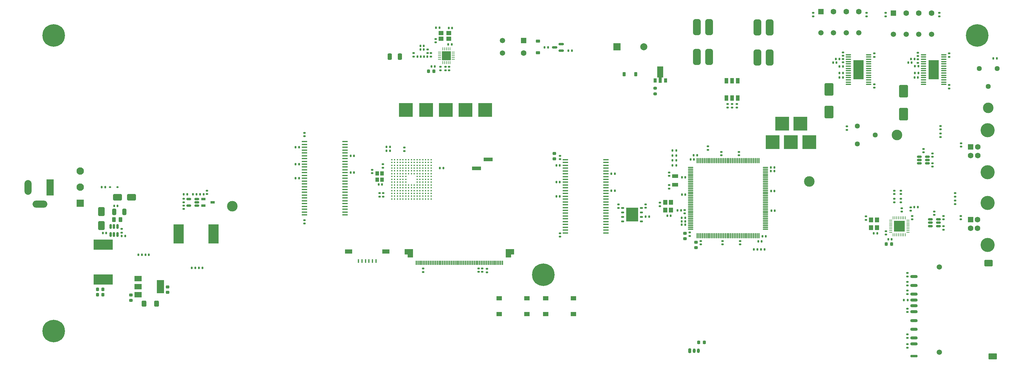
<source format=gbr>
%TF.GenerationSoftware,KiCad,Pcbnew,7.0.2*%
%TF.CreationDate,2023-10-13T18:39:37+02:00*%
%TF.ProjectId,3D Scanner with IR sensor Central Unit,33442053-6361-46e6-9e65-722077697468,1.0*%
%TF.SameCoordinates,Original*%
%TF.FileFunction,Soldermask,Top*%
%TF.FilePolarity,Negative*%
%FSLAX46Y46*%
G04 Gerber Fmt 4.6, Leading zero omitted, Abs format (unit mm)*
G04 Created by KiCad (PCBNEW 7.0.2) date 2023-10-13 18:39:37*
%MOMM*%
%LPD*%
G01*
G04 APERTURE LIST*
G04 Aperture macros list*
%AMRoundRect*
0 Rectangle with rounded corners*
0 $1 Rounding radius*
0 $2 $3 $4 $5 $6 $7 $8 $9 X,Y pos of 4 corners*
0 Add a 4 corners polygon primitive as box body*
4,1,4,$2,$3,$4,$5,$6,$7,$8,$9,$2,$3,0*
0 Add four circle primitives for the rounded corners*
1,1,$1+$1,$2,$3*
1,1,$1+$1,$4,$5*
1,1,$1+$1,$6,$7*
1,1,$1+$1,$8,$9*
0 Add four rect primitives between the rounded corners*
20,1,$1+$1,$2,$3,$4,$5,0*
20,1,$1+$1,$4,$5,$6,$7,0*
20,1,$1+$1,$6,$7,$8,$9,0*
20,1,$1+$1,$8,$9,$2,$3,0*%
%AMFreePoly0*
4,1,9,3.862500,-0.866500,0.737500,-0.866500,0.737500,-0.450000,-0.737500,-0.450000,-0.737500,0.450000,0.737500,0.450000,0.737500,0.866500,3.862500,0.866500,3.862500,-0.866500,3.862500,-0.866500,$1*%
G04 Aperture macros list end*
%ADD10C,1.440000*%
%ADD11RoundRect,0.135000X-0.185000X0.135000X-0.185000X-0.135000X0.185000X-0.135000X0.185000X0.135000X0*%
%ADD12RoundRect,0.062500X0.062500X-0.375000X0.062500X0.375000X-0.062500X0.375000X-0.062500X-0.375000X0*%
%ADD13RoundRect,0.062500X0.375000X-0.062500X0.375000X0.062500X-0.375000X0.062500X-0.375000X-0.062500X0*%
%ADD14R,3.100000X3.100000*%
%ADD15RoundRect,0.135000X0.185000X-0.135000X0.185000X0.135000X-0.185000X0.135000X-0.185000X-0.135000X0*%
%ADD16RoundRect,0.200000X-0.275000X0.200000X-0.275000X-0.200000X0.275000X-0.200000X0.275000X0.200000X0*%
%ADD17RoundRect,0.140000X0.170000X-0.140000X0.170000X0.140000X-0.170000X0.140000X-0.170000X-0.140000X0*%
%ADD18R,2.000000X1.500000*%
%ADD19R,2.000000X3.800000*%
%ADD20RoundRect,0.140000X0.140000X0.170000X-0.140000X0.170000X-0.140000X-0.170000X0.140000X-0.170000X0*%
%ADD21RoundRect,0.140000X-0.140000X-0.170000X0.140000X-0.170000X0.140000X0.170000X-0.140000X0.170000X0*%
%ADD22C,1.500000*%
%ADD23RoundRect,0.250000X-0.550000X0.550000X-0.550000X-0.550000X0.550000X-0.550000X0.550000X0.550000X0*%
%ADD24C,1.600000*%
%ADD25RoundRect,0.225000X-0.375000X0.225000X-0.375000X-0.225000X0.375000X-0.225000X0.375000X0.225000X0*%
%ADD26R,1.510000X0.458000*%
%ADD27RoundRect,0.135000X-0.135000X-0.185000X0.135000X-0.185000X0.135000X0.185000X-0.135000X0.185000X0*%
%ADD28RoundRect,0.140000X-0.170000X0.140000X-0.170000X-0.140000X0.170000X-0.140000X0.170000X0.140000X0*%
%ADD29RoundRect,0.147500X0.147500X0.172500X-0.147500X0.172500X-0.147500X-0.172500X0.147500X-0.172500X0*%
%ADD30RoundRect,0.225000X-0.225000X-0.375000X0.225000X-0.375000X0.225000X0.375000X-0.225000X0.375000X0*%
%ADD31RoundRect,0.150000X0.512500X0.150000X-0.512500X0.150000X-0.512500X-0.150000X0.512500X-0.150000X0*%
%ADD32RoundRect,0.135000X0.135000X0.185000X-0.135000X0.185000X-0.135000X-0.185000X0.135000X-0.185000X0*%
%ADD33RoundRect,0.250000X-0.325000X-0.650000X0.325000X-0.650000X0.325000X0.650000X-0.325000X0.650000X0*%
%ADD34R,5.400000X2.900000*%
%ADD35R,1.800000X1.000000*%
%ADD36RoundRect,0.537500X-0.537500X-1.712500X0.537500X-1.712500X0.537500X1.712500X-0.537500X1.712500X0*%
%ADD37R,1.200000X1.400000*%
%ADD38RoundRect,0.250400X0.749600X-0.149600X0.749600X0.149600X-0.749600X0.149600X-0.749600X-0.149600X0*%
%ADD39RoundRect,0.249900X0.750100X-0.100100X0.750100X0.100100X-0.750100X0.100100X-0.750100X-0.100100X0*%
%ADD40RoundRect,0.250200X0.949800X-0.649800X0.949800X0.649800X-0.949800X0.649800X-0.949800X-0.649800X0*%
%ADD41RoundRect,0.249900X0.950100X-0.600100X0.950100X0.600100X-0.950100X0.600100X-0.950100X-0.600100X0*%
%ADD42RoundRect,0.147500X0.172500X-0.147500X0.172500X0.147500X-0.172500X0.147500X-0.172500X-0.147500X0*%
%ADD43RoundRect,0.225000X-0.250000X0.225000X-0.250000X-0.225000X0.250000X-0.225000X0.250000X0.225000X0*%
%ADD44RoundRect,0.225000X0.225000X0.250000X-0.225000X0.250000X-0.225000X-0.250000X0.225000X-0.250000X0*%
%ADD45C,0.800000*%
%ADD46C,6.400000*%
%ADD47RoundRect,0.147500X-0.147500X-0.172500X0.147500X-0.172500X0.147500X0.172500X-0.147500X0.172500X0*%
%ADD48R,0.300000X1.200000*%
%ADD49R,2.400000X1.600000*%
%ADD50R,1.600000X2.400000*%
%ADD51RoundRect,0.150000X0.150000X-0.512500X0.150000X0.512500X-0.150000X0.512500X-0.150000X-0.512500X0*%
%ADD52R,2.900000X5.400000*%
%ADD53RoundRect,0.125000X-0.262500X-0.125000X0.262500X-0.125000X0.262500X0.125000X-0.262500X0.125000X0*%
%ADD54R,3.400000X4.000000*%
%ADD55R,0.400000X1.000000*%
%ADD56R,2.000000X1.300000*%
%ADD57R,4.000000X4.000000*%
%ADD58RoundRect,0.112500X0.187500X0.112500X-0.187500X0.112500X-0.187500X-0.112500X0.187500X-0.112500X0*%
%ADD59RoundRect,0.062500X0.350000X0.062500X-0.350000X0.062500X-0.350000X-0.062500X0.350000X-0.062500X0*%
%ADD60RoundRect,0.062500X0.062500X0.350000X-0.062500X0.350000X-0.062500X-0.350000X0.062500X-0.350000X0*%
%ADD61R,2.500000X2.500000*%
%ADD62RoundRect,0.250000X-1.000000X-0.650000X1.000000X-0.650000X1.000000X0.650000X-1.000000X0.650000X0*%
%ADD63C,0.400000*%
%ADD64R,2.000000X2.000000*%
%ADD65C,2.000000*%
%ADD66RoundRect,0.250000X-0.550000X-0.550000X0.550000X-0.550000X0.550000X0.550000X-0.550000X0.550000X0*%
%ADD67R,1.550000X1.300000*%
%ADD68RoundRect,0.250000X-1.000000X1.500000X-1.000000X-1.500000X1.000000X-1.500000X1.000000X1.500000X0*%
%ADD69R,1.400000X1.200000*%
%ADD70RoundRect,0.147500X-0.172500X0.147500X-0.172500X-0.147500X0.172500X-0.147500X0.172500X0.147500X0*%
%ADD71R,2.510000X1.000000*%
%ADD72RoundRect,0.100000X-0.637500X-0.100000X0.637500X-0.100000X0.637500X0.100000X-0.637500X0.100000X0*%
%ADD73R,2.850000X5.400000*%
%ADD74C,3.000000*%
%ADD75RoundRect,0.250001X0.799999X-0.799999X0.799999X0.799999X-0.799999X0.799999X-0.799999X-0.799999X0*%
%ADD76C,2.100000*%
%ADD77R,1.220000X0.650000*%
%ADD78R,0.900000X1.300000*%
%ADD79FreePoly0,90.000000*%
%ADD80R,2.000000X4.600000*%
%ADD81O,2.000000X4.200000*%
%ADD82O,4.200000X2.000000*%
%ADD83R,1.000000X1.150000*%
%ADD84R,1.000000X1.500000*%
%ADD85RoundRect,0.250000X-0.400000X-0.600000X0.400000X-0.600000X0.400000X0.600000X-0.400000X0.600000X0*%
%ADD86R,1.600000X1.600000*%
%ADD87C,4.000000*%
%ADD88RoundRect,0.225000X0.250000X-0.225000X0.250000X0.225000X-0.250000X0.225000X-0.250000X-0.225000X0*%
%ADD89RoundRect,0.250000X0.650000X-1.000000X0.650000X1.000000X-0.650000X1.000000X-0.650000X-1.000000X0*%
%ADD90RoundRect,0.225000X-0.225000X-0.250000X0.225000X-0.250000X0.225000X0.250000X-0.225000X0.250000X0*%
%ADD91RoundRect,0.075000X-0.662500X-0.075000X0.662500X-0.075000X0.662500X0.075000X-0.662500X0.075000X0*%
%ADD92RoundRect,0.075000X-0.075000X-0.662500X0.075000X-0.662500X0.075000X0.662500X-0.075000X0.662500X0*%
%ADD93RoundRect,0.250000X0.350000X0.650000X-0.350000X0.650000X-0.350000X-0.650000X0.350000X-0.650000X0*%
%ADD94RoundRect,0.250000X-0.262500X-0.450000X0.262500X-0.450000X0.262500X0.450000X-0.262500X0.450000X0*%
%ADD95RoundRect,0.200000X-0.200000X-0.450000X0.200000X-0.450000X0.200000X0.450000X-0.200000X0.450000X0*%
%ADD96O,0.800000X1.300000*%
%ADD97RoundRect,0.150000X0.587500X0.150000X-0.587500X0.150000X-0.587500X-0.150000X0.587500X-0.150000X0*%
G04 APERTURE END LIST*
D10*
%TO.C,RV2*%
X308120000Y-222840000D03*
X313200000Y-220300000D03*
X308120000Y-217760000D03*
%TD*%
D11*
%TO.C,R55*%
X316200000Y-185590000D03*
X316200000Y-186610000D03*
%TD*%
D12*
%TO.C,U10*%
X318307500Y-248657500D03*
X318807500Y-248657500D03*
X319307500Y-248657500D03*
X319807500Y-248657500D03*
X320307500Y-248657500D03*
X320807500Y-248657500D03*
X321307500Y-248657500D03*
X321807500Y-248657500D03*
D13*
X322495000Y-247970000D03*
X322495000Y-247470000D03*
X322495000Y-246970000D03*
X322495000Y-246470000D03*
X322495000Y-245970000D03*
X322495000Y-245470000D03*
X322495000Y-244970000D03*
X322495000Y-244470000D03*
D12*
X321807500Y-243782500D03*
X321307500Y-243782500D03*
X320807500Y-243782500D03*
X320307500Y-243782500D03*
X319807500Y-243782500D03*
X319307500Y-243782500D03*
X318807500Y-243782500D03*
X318307500Y-243782500D03*
D13*
X317620000Y-244470000D03*
X317620000Y-244970000D03*
X317620000Y-245470000D03*
X317620000Y-245970000D03*
X317620000Y-246470000D03*
X317620000Y-246970000D03*
X317620000Y-247470000D03*
X317620000Y-247970000D03*
D14*
X320057500Y-246220000D03*
%TD*%
D15*
%TO.C,R15*%
X272600000Y-212510000D03*
X272600000Y-211490000D03*
%TD*%
D16*
%TO.C,R13*%
X250700000Y-206975000D03*
X250700000Y-208625000D03*
%TD*%
D11*
%TO.C,R37*%
X322400000Y-276890000D03*
X322400000Y-277910000D03*
%TD*%
D17*
%TO.C,C68*%
X312962500Y-206855000D03*
X312962500Y-205895000D03*
%TD*%
D18*
%TO.C,U9*%
X103950000Y-261100000D03*
X103950000Y-263400000D03*
D19*
X110250000Y-263400000D03*
D18*
X103950000Y-265700000D03*
%TD*%
D20*
%TO.C,C50*%
X184180000Y-198000000D03*
X183220000Y-198000000D03*
%TD*%
D21*
%TO.C,C26*%
X280020000Y-250500000D03*
X280980000Y-250500000D03*
%TD*%
D22*
%TO.C,J6*%
X207375000Y-193400000D03*
X207375000Y-197000000D03*
D23*
X213375000Y-193400000D03*
D24*
X213375000Y-197000000D03*
%TD*%
D15*
%TO.C,R6*%
X331800000Y-220910000D03*
X331800000Y-219890000D03*
%TD*%
D25*
%TO.C,D12*%
X217500000Y-193650000D03*
X217500000Y-196950000D03*
%TD*%
D26*
%TO.C,U2*%
X225250000Y-227300000D03*
X225250000Y-228100000D03*
X225250000Y-228900000D03*
X225250000Y-229700000D03*
X225250000Y-230500000D03*
X225250000Y-231300000D03*
X225250000Y-232100000D03*
X225250000Y-232900000D03*
X225250000Y-233700000D03*
X225250000Y-234500000D03*
X225250000Y-235300000D03*
X225250000Y-236100000D03*
X225250000Y-236900000D03*
X225250000Y-237700000D03*
X225250000Y-238500000D03*
X225250000Y-239300000D03*
X225250000Y-240100000D03*
X225250000Y-240900000D03*
X225250000Y-241700000D03*
X225250000Y-242500000D03*
X225250000Y-243300000D03*
X225250000Y-244100000D03*
X225250000Y-244900000D03*
X225250000Y-245700000D03*
X225250000Y-246500000D03*
X225250000Y-247300000D03*
X225250000Y-248100000D03*
X236750000Y-248100000D03*
X236750000Y-247300000D03*
X236750000Y-246500000D03*
X236750000Y-245700000D03*
X236750000Y-244900000D03*
X236750000Y-244100000D03*
X236750000Y-243300000D03*
X236750000Y-242500000D03*
X236750000Y-241700000D03*
X236750000Y-240900000D03*
X236750000Y-240100000D03*
X236750000Y-239300000D03*
X236750000Y-238500000D03*
X236750000Y-237700000D03*
X236750000Y-236900000D03*
X236750000Y-236100000D03*
X236750000Y-235300000D03*
X236750000Y-234500000D03*
X236750000Y-233700000D03*
X236750000Y-232900000D03*
X236750000Y-232100000D03*
X236750000Y-231300000D03*
X236750000Y-230500000D03*
X236750000Y-229700000D03*
X236750000Y-228900000D03*
X236750000Y-228100000D03*
X236750000Y-227300000D03*
%TD*%
D17*
%TO.C,C13*%
X332600000Y-247180000D03*
X332600000Y-246220000D03*
%TD*%
D27*
%TO.C,R12*%
X257090000Y-241700000D03*
X258110000Y-241700000D03*
%TD*%
D11*
%TO.C,R46*%
X334262500Y-197065000D03*
X334262500Y-198085000D03*
%TD*%
D27*
%TO.C,R1*%
X99290000Y-249000000D03*
X100310000Y-249000000D03*
%TD*%
D15*
%TO.C,R9*%
X318600000Y-239410000D03*
X318600000Y-238390000D03*
%TD*%
D28*
%TO.C,C59*%
X322400000Y-269620000D03*
X322400000Y-270580000D03*
%TD*%
D20*
%TO.C,C1*%
X94880000Y-248100000D03*
X93920000Y-248100000D03*
%TD*%
D29*
%TO.C,D5*%
X122185000Y-258000000D03*
X121215000Y-258000000D03*
%TD*%
D30*
%TO.C,D10*%
X241950000Y-203000000D03*
X245250000Y-203000000D03*
%TD*%
D28*
%TO.C,C34*%
X274900000Y-250420000D03*
X274900000Y-251380000D03*
%TD*%
D20*
%TO.C,C117*%
X149630000Y-228575000D03*
X148670000Y-228575000D03*
%TD*%
D17*
%TO.C,C11*%
X330000000Y-242980000D03*
X330000000Y-242020000D03*
%TD*%
D31*
%TO.C,U11*%
X331137500Y-246150000D03*
X331137500Y-245200000D03*
X331137500Y-244250000D03*
X328862500Y-244250000D03*
X328862500Y-245200000D03*
X328862500Y-246150000D03*
%TD*%
D15*
%TO.C,R11*%
X265700000Y-224510000D03*
X265700000Y-223490000D03*
%TD*%
D17*
%TO.C,C9*%
X329500000Y-229280000D03*
X329500000Y-228320000D03*
%TD*%
D11*
%TO.C,R61*%
X173400000Y-228590000D03*
X173400000Y-229610000D03*
%TD*%
D20*
%TO.C,C48*%
X239280000Y-231300000D03*
X238320000Y-231300000D03*
%TD*%
D32*
%TO.C,R40*%
X324372500Y-198675000D03*
X323352500Y-198675000D03*
%TD*%
D28*
%TO.C,C37*%
X263700000Y-250400000D03*
X263700000Y-251360000D03*
%TD*%
D32*
%TO.C,R60*%
X281820000Y-252800000D03*
X280800000Y-252800000D03*
%TD*%
D33*
%TO.C,C3*%
X97125000Y-242100000D03*
X100075000Y-242100000D03*
%TD*%
D34*
%TO.C,L1*%
X94000000Y-251450000D03*
X94000000Y-261350000D03*
%TD*%
D35*
%TO.C,Y3*%
X256400000Y-234450000D03*
X256400000Y-231950000D03*
%TD*%
D28*
%TO.C,C57*%
X192200000Y-200920000D03*
X192200000Y-201880000D03*
%TD*%
D32*
%TO.C,R44*%
X347800000Y-198510000D03*
X346780000Y-198510000D03*
%TD*%
D28*
%TO.C,C35*%
X269900000Y-250420000D03*
X269900000Y-251380000D03*
%TD*%
D36*
%TO.C,FL2*%
X279785000Y-189750000D03*
X283215000Y-189750000D03*
X283215000Y-198250000D03*
X279785000Y-198250000D03*
%TD*%
D37*
%TO.C,Y1*%
X312050000Y-244400000D03*
X312050000Y-246600000D03*
X313750000Y-246600000D03*
X313750000Y-244400000D03*
%TD*%
D20*
%TO.C,C44*%
X185080000Y-196000000D03*
X184120000Y-196000000D03*
%TD*%
D15*
%TO.C,R67*%
X202950000Y-259285000D03*
X202950000Y-258265000D03*
%TD*%
D11*
%TO.C,R35*%
X322400000Y-259490000D03*
X322400000Y-260510000D03*
%TD*%
D22*
%TO.C,J10*%
X331400000Y-282000000D03*
X331400000Y-257800000D03*
D38*
X324200000Y-263020000D03*
X324200000Y-265520000D03*
X324200000Y-268820000D03*
X324200000Y-270520000D03*
X324200000Y-273020000D03*
X324200000Y-275520000D03*
X324200000Y-277950000D03*
X324200000Y-279650000D03*
X324200000Y-260520000D03*
X324200000Y-267220000D03*
D39*
X324200000Y-283140000D03*
D40*
X345400000Y-256700000D03*
D41*
X346600000Y-283150000D03*
%TD*%
D17*
%TO.C,C8*%
X337600000Y-223580000D03*
X337600000Y-222620000D03*
%TD*%
D21*
%TO.C,C70*%
X303082500Y-203975000D03*
X304042500Y-203975000D03*
%TD*%
D32*
%TO.C,R66*%
X175510000Y-223700000D03*
X174490000Y-223700000D03*
%TD*%
D31*
%TO.C,U14*%
X120637500Y-240350000D03*
X120637500Y-239400000D03*
X120637500Y-238450000D03*
X118362500Y-238450000D03*
X118362500Y-240350000D03*
%TD*%
D42*
%TO.C,D9*%
X318600000Y-237085000D03*
X318600000Y-236115000D03*
%TD*%
D27*
%TO.C,R21*%
X248040000Y-243500000D03*
X249060000Y-243500000D03*
%TD*%
D28*
%TO.C,C10*%
X329500000Y-225520000D03*
X329500000Y-226480000D03*
%TD*%
D42*
%TO.C,D8*%
X320500000Y-237085000D03*
X320500000Y-236115000D03*
%TD*%
D43*
%TO.C,C58*%
X222100000Y-225525000D03*
X222100000Y-227075000D03*
%TD*%
D20*
%TO.C,C38*%
X259260000Y-243800000D03*
X258300000Y-243800000D03*
%TD*%
D44*
%TO.C,C2*%
X93975000Y-264100000D03*
X92425000Y-264100000D03*
%TD*%
D21*
%TO.C,C55*%
X192020000Y-194500000D03*
X192980000Y-194500000D03*
%TD*%
D36*
%TO.C,FL1*%
X262602500Y-189607500D03*
X266032500Y-189607500D03*
X266032500Y-198107500D03*
X262602500Y-198107500D03*
%TD*%
D45*
%TO.C,H3*%
X339800000Y-192000000D03*
X340502944Y-190302944D03*
X340502944Y-193697056D03*
X342200000Y-189600000D03*
D46*
X342200000Y-192000000D03*
D45*
X342200000Y-194400000D03*
X343897056Y-190302944D03*
X343897056Y-193697056D03*
X344600000Y-192000000D03*
%TD*%
D47*
%TO.C,FB1*%
X97115000Y-240400000D03*
X98085000Y-240400000D03*
%TD*%
D21*
%TO.C,C64*%
X324382500Y-203975000D03*
X325342500Y-203975000D03*
%TD*%
D48*
%TO.C,J11*%
X207400000Y-256600000D03*
X206900000Y-256600000D03*
X206400000Y-256600000D03*
X205900000Y-256600000D03*
X205400000Y-256600000D03*
X204900000Y-256600000D03*
X204400000Y-256600000D03*
X203900000Y-256600000D03*
X203400000Y-256600000D03*
X202900000Y-256600000D03*
X202400000Y-256600000D03*
X201900000Y-256600000D03*
X201400000Y-256600000D03*
X200900000Y-256600000D03*
X200400000Y-256600000D03*
X199900000Y-256600000D03*
X199400000Y-256600000D03*
X198900000Y-256600000D03*
X198400000Y-256600000D03*
X197900000Y-256600000D03*
X197400000Y-256600000D03*
X196900000Y-256600000D03*
X196400000Y-256600000D03*
X195900000Y-256600000D03*
X195400000Y-256600000D03*
X194900000Y-256600000D03*
X194400000Y-256600000D03*
X193900000Y-256600000D03*
X193400000Y-256600000D03*
X192900000Y-256600000D03*
X192400000Y-256600000D03*
X191900000Y-256600000D03*
X191400000Y-256600000D03*
X190900000Y-256600000D03*
X190400000Y-256600000D03*
X189900000Y-256600000D03*
X189400000Y-256600000D03*
X188900000Y-256600000D03*
X188400000Y-256600000D03*
X187900000Y-256600000D03*
X187400000Y-256600000D03*
X186900000Y-256600000D03*
X186400000Y-256600000D03*
X185900000Y-256600000D03*
X185400000Y-256600000D03*
X184900000Y-256600000D03*
X184400000Y-256600000D03*
X183900000Y-256600000D03*
X183400000Y-256600000D03*
X182900000Y-256600000D03*
D49*
X209500000Y-253500000D03*
D50*
X209100000Y-253900000D03*
X181200000Y-253900000D03*
D49*
X180800000Y-253500000D03*
%TD*%
D51*
%TO.C,U7*%
X96150000Y-248537500D03*
X97100000Y-248537500D03*
X98050000Y-248537500D03*
X98050000Y-246262500D03*
X97100000Y-246262500D03*
X96150000Y-246262500D03*
%TD*%
D20*
%TO.C,C17*%
X317880000Y-249900000D03*
X316920000Y-249900000D03*
%TD*%
D52*
%TO.C,L2*%
X115450000Y-248400000D03*
X125350000Y-248400000D03*
%TD*%
D11*
%TO.C,R70*%
X184900000Y-258190000D03*
X184900000Y-259210000D03*
%TD*%
D17*
%TO.C,C101*%
X116900000Y-241280000D03*
X116900000Y-240320000D03*
%TD*%
D27*
%TO.C,R43*%
X324452500Y-200700000D03*
X325472500Y-200700000D03*
%TD*%
D29*
%TO.C,D4*%
X106975000Y-254300000D03*
X106005000Y-254300000D03*
%TD*%
D17*
%TO.C,C41*%
X269500000Y-226080000D03*
X269500000Y-225120000D03*
%TD*%
D53*
%TO.C,U4*%
X241537500Y-240995000D03*
X241537500Y-242265000D03*
X241537500Y-243535000D03*
X241537500Y-244805000D03*
X246862500Y-244805000D03*
X246862500Y-243535000D03*
X246862500Y-242265000D03*
X246862500Y-240995000D03*
D54*
X244200000Y-242900000D03*
%TD*%
D32*
%TO.C,R25*%
X227110000Y-196350000D03*
X226090000Y-196350000D03*
%TD*%
D21*
%TO.C,C46*%
X192120000Y-189862500D03*
X193080000Y-189862500D03*
%TD*%
D55*
%TO.C,J12*%
X171500000Y-256100000D03*
X170500000Y-256100000D03*
X169500000Y-256100000D03*
X168500000Y-256100000D03*
X167500000Y-256100000D03*
X166500000Y-256100000D03*
D56*
X174300000Y-253400000D03*
X163700000Y-253400000D03*
%TD*%
D26*
%TO.C,U13*%
X151200000Y-222175000D03*
X151200000Y-222975000D03*
X151200000Y-223775000D03*
X151200000Y-224575000D03*
X151200000Y-225375000D03*
X151200000Y-226175000D03*
X151200000Y-226975000D03*
X151200000Y-227775000D03*
X151200000Y-228575000D03*
X151200000Y-229375000D03*
X151200000Y-230175000D03*
X151200000Y-230975000D03*
X151200000Y-231775000D03*
X151200000Y-232575000D03*
X151200000Y-233375000D03*
X151200000Y-234175000D03*
X151200000Y-234975000D03*
X151200000Y-235775000D03*
X151200000Y-236575000D03*
X151200000Y-237375000D03*
X151200000Y-238175000D03*
X151200000Y-238975000D03*
X151200000Y-239775000D03*
X151200000Y-240575000D03*
X151200000Y-241375000D03*
X151200000Y-242175000D03*
X151200000Y-242975000D03*
X162700000Y-242975000D03*
X162700000Y-242175000D03*
X162700000Y-241375000D03*
X162700000Y-240575000D03*
X162700000Y-239775000D03*
X162700000Y-238975000D03*
X162700000Y-238175000D03*
X162700000Y-237375000D03*
X162700000Y-236575000D03*
X162700000Y-235775000D03*
X162700000Y-234975000D03*
X162700000Y-234175000D03*
X162700000Y-233375000D03*
X162700000Y-232575000D03*
X162700000Y-231775000D03*
X162700000Y-230975000D03*
X162700000Y-230175000D03*
X162700000Y-229375000D03*
X162700000Y-228575000D03*
X162700000Y-227775000D03*
X162700000Y-226975000D03*
X162700000Y-226175000D03*
X162700000Y-225375000D03*
X162700000Y-224575000D03*
X162700000Y-223775000D03*
X162700000Y-222975000D03*
X162700000Y-222175000D03*
%TD*%
D11*
%TO.C,R2*%
X99300000Y-246990000D03*
X99300000Y-248010000D03*
%TD*%
D57*
%TO.C,J15*%
X289300000Y-222300000D03*
%TD*%
%TO.C,J18*%
X292000000Y-217100000D03*
%TD*%
D32*
%TO.C,R65*%
X175510000Y-224800000D03*
X174490000Y-224800000D03*
%TD*%
D27*
%TO.C,R63*%
X261690000Y-226000000D03*
X262710000Y-226000000D03*
%TD*%
D17*
%TO.C,C106*%
X274500000Y-226080000D03*
X274500000Y-225120000D03*
%TD*%
D11*
%TO.C,R53*%
X312962500Y-197065000D03*
X312962500Y-198085000D03*
%TD*%
D58*
%TO.C,D18*%
X98050000Y-235100000D03*
X95950000Y-235100000D03*
%TD*%
D21*
%TO.C,C30*%
X283620000Y-229500000D03*
X284580000Y-229500000D03*
%TD*%
D59*
%TO.C,U3*%
X193412500Y-198775000D03*
X193412500Y-198275000D03*
X193412500Y-197775000D03*
X193412500Y-197275000D03*
X193412500Y-196775000D03*
D60*
X192475000Y-195837500D03*
X191975000Y-195837500D03*
X191475000Y-195837500D03*
X190975000Y-195837500D03*
X190475000Y-195837500D03*
D59*
X189537500Y-196775000D03*
X189537500Y-197275000D03*
X189537500Y-197775000D03*
X189537500Y-198275000D03*
X189537500Y-198775000D03*
D60*
X190475000Y-199712500D03*
X190975000Y-199712500D03*
X191475000Y-199712500D03*
X191975000Y-199712500D03*
X192475000Y-199712500D03*
D61*
X191475000Y-197775000D03*
%TD*%
D20*
%TO.C,C95*%
X173180000Y-234375000D03*
X172220000Y-234375000D03*
%TD*%
D27*
%TO.C,R47*%
X303062500Y-200775000D03*
X304082500Y-200775000D03*
%TD*%
D28*
%TO.C,C15*%
X316300000Y-247620000D03*
X316300000Y-248580000D03*
%TD*%
D32*
%TO.C,R18*%
X256710000Y-226100000D03*
X255690000Y-226100000D03*
%TD*%
D44*
%TO.C,C4*%
X93975000Y-265700000D03*
X92425000Y-265700000D03*
%TD*%
D62*
%TO.C,D2*%
X98100000Y-238000000D03*
X102100000Y-238000000D03*
%TD*%
D28*
%TO.C,C23*%
X259100000Y-241620000D03*
X259100000Y-242580000D03*
%TD*%
D32*
%TO.C,R29*%
X256710000Y-228900000D03*
X255690000Y-228900000D03*
%TD*%
D63*
%TO.C,U1*%
X175950000Y-227275000D03*
X176750000Y-227275000D03*
X177550000Y-227275000D03*
X178350000Y-227275000D03*
X179150000Y-227275000D03*
X179950000Y-227275000D03*
X180750000Y-227275000D03*
X181550000Y-227275000D03*
X182350000Y-227275000D03*
X183150000Y-227275000D03*
X183950000Y-227275000D03*
X184750000Y-227275000D03*
X185550000Y-227275000D03*
X186350000Y-227275000D03*
X187150000Y-227275000D03*
X175950000Y-228075000D03*
X176750000Y-228075000D03*
X177550000Y-228075000D03*
X178350000Y-228075000D03*
X179150000Y-228075000D03*
X179950000Y-228075000D03*
X180750000Y-228075000D03*
X181550000Y-228075000D03*
X182350000Y-228075000D03*
X183150000Y-228075000D03*
X183950000Y-228075000D03*
X184750000Y-228075000D03*
X185550000Y-228075000D03*
X186350000Y-228075000D03*
X187150000Y-228075000D03*
X175950000Y-228875000D03*
X176750000Y-228875000D03*
X177550000Y-228875000D03*
X178350000Y-228875000D03*
X179150000Y-228875000D03*
X179950000Y-228875000D03*
X180750000Y-228875000D03*
X181550000Y-228875000D03*
X182350000Y-228875000D03*
X183150000Y-228875000D03*
X183950000Y-228875000D03*
X184750000Y-228875000D03*
X185550000Y-228875000D03*
X186350000Y-228875000D03*
X187150000Y-228875000D03*
X175950000Y-229675000D03*
X176750000Y-229675000D03*
X177550000Y-229675000D03*
X178350000Y-229675000D03*
X179150000Y-229675000D03*
X179950000Y-229675000D03*
X180750000Y-229675000D03*
X181550000Y-229675000D03*
X182350000Y-229675000D03*
X183150000Y-229675000D03*
X183950000Y-229675000D03*
X184750000Y-229675000D03*
X185550000Y-229675000D03*
X186350000Y-229675000D03*
X187150000Y-229675000D03*
X175950000Y-230475000D03*
X176750000Y-230475000D03*
X177550000Y-230475000D03*
X178350000Y-230475000D03*
X179150000Y-230475000D03*
X179950000Y-230475000D03*
X180750000Y-230475000D03*
X181550000Y-230475000D03*
X182350000Y-230475000D03*
X183150000Y-230475000D03*
X183950000Y-230475000D03*
X184750000Y-230475000D03*
X185550000Y-230475000D03*
X186350000Y-230475000D03*
X187150000Y-230475000D03*
X175950000Y-231275000D03*
X176750000Y-231275000D03*
X177550000Y-231275000D03*
X178350000Y-231275000D03*
X179150000Y-231275000D03*
X179950000Y-231275000D03*
X180750000Y-231275000D03*
X181550000Y-231275000D03*
X182350000Y-231275000D03*
X183150000Y-231275000D03*
X183950000Y-231275000D03*
X184750000Y-231275000D03*
X185550000Y-231275000D03*
X186350000Y-231275000D03*
X187150000Y-231275000D03*
X175950000Y-232075000D03*
X176750000Y-232075000D03*
X177550000Y-232075000D03*
X178350000Y-232075000D03*
X179150000Y-232075000D03*
X179950000Y-232075000D03*
X183150000Y-232075000D03*
X183950000Y-232075000D03*
X184750000Y-232075000D03*
X185550000Y-232075000D03*
X186350000Y-232075000D03*
X187150000Y-232075000D03*
X175950000Y-232875000D03*
X176750000Y-232875000D03*
X177550000Y-232875000D03*
X178350000Y-232875000D03*
X179150000Y-232875000D03*
X179950000Y-232875000D03*
X183150000Y-232875000D03*
X183950000Y-232875000D03*
X184750000Y-232875000D03*
X185550000Y-232875000D03*
X186350000Y-232875000D03*
X187150000Y-232875000D03*
X175950000Y-233675000D03*
X176750000Y-233675000D03*
X177550000Y-233675000D03*
X178350000Y-233675000D03*
X179150000Y-233675000D03*
X179950000Y-233675000D03*
X183150000Y-233675000D03*
X183950000Y-233675000D03*
X184750000Y-233675000D03*
X185550000Y-233675000D03*
X186350000Y-233675000D03*
X187150000Y-233675000D03*
X175950000Y-234475000D03*
X176750000Y-234475000D03*
X177550000Y-234475000D03*
X178350000Y-234475000D03*
X179150000Y-234475000D03*
X179950000Y-234475000D03*
X180750000Y-234475000D03*
X181550000Y-234475000D03*
X182350000Y-234475000D03*
X183150000Y-234475000D03*
X183950000Y-234475000D03*
X184750000Y-234475000D03*
X185550000Y-234475000D03*
X186350000Y-234475000D03*
X187150000Y-234475000D03*
X175950000Y-235275000D03*
X176750000Y-235275000D03*
X177550000Y-235275000D03*
X178350000Y-235275000D03*
X179150000Y-235275000D03*
X179950000Y-235275000D03*
X180750000Y-235275000D03*
X181550000Y-235275000D03*
X182350000Y-235275000D03*
X183150000Y-235275000D03*
X183950000Y-235275000D03*
X184750000Y-235275000D03*
X185550000Y-235275000D03*
X186350000Y-235275000D03*
X187150000Y-235275000D03*
X175950000Y-236075000D03*
X176750000Y-236075000D03*
X177550000Y-236075000D03*
X178350000Y-236075000D03*
X179150000Y-236075000D03*
X179950000Y-236075000D03*
X180750000Y-236075000D03*
X181550000Y-236075000D03*
X182350000Y-236075000D03*
X183150000Y-236075000D03*
X183950000Y-236075000D03*
X184750000Y-236075000D03*
X185550000Y-236075000D03*
X186350000Y-236075000D03*
X187150000Y-236075000D03*
X175950000Y-236875000D03*
X176750000Y-236875000D03*
X177550000Y-236875000D03*
X178350000Y-236875000D03*
X179150000Y-236875000D03*
X179950000Y-236875000D03*
X180750000Y-236875000D03*
X181550000Y-236875000D03*
X182350000Y-236875000D03*
X183150000Y-236875000D03*
X183950000Y-236875000D03*
X184750000Y-236875000D03*
X185550000Y-236875000D03*
X186350000Y-236875000D03*
X187150000Y-236875000D03*
X175950000Y-237675000D03*
X176750000Y-237675000D03*
X177550000Y-237675000D03*
X178350000Y-237675000D03*
X179150000Y-237675000D03*
X179950000Y-237675000D03*
X180750000Y-237675000D03*
X181550000Y-237675000D03*
X182350000Y-237675000D03*
X183150000Y-237675000D03*
X183950000Y-237675000D03*
X184750000Y-237675000D03*
X185550000Y-237675000D03*
X186350000Y-237675000D03*
X187150000Y-237675000D03*
X175950000Y-238475000D03*
X176750000Y-238475000D03*
X177550000Y-238475000D03*
X178350000Y-238475000D03*
X179150000Y-238475000D03*
X179950000Y-238475000D03*
X180750000Y-238475000D03*
X181550000Y-238475000D03*
X182350000Y-238475000D03*
X183150000Y-238475000D03*
X183950000Y-238475000D03*
X184750000Y-238475000D03*
X185550000Y-238475000D03*
X186350000Y-238475000D03*
X187150000Y-238475000D03*
%TD*%
D21*
%TO.C,C31*%
X283640000Y-236200000D03*
X284600000Y-236200000D03*
%TD*%
D28*
%TO.C,C24*%
X252100000Y-239520000D03*
X252100000Y-240480000D03*
%TD*%
D27*
%TO.C,R7*%
X324290000Y-240800000D03*
X325310000Y-240800000D03*
%TD*%
D64*
%TO.C,BZ1*%
X239900000Y-195200000D03*
D65*
X247500000Y-195200000D03*
%TD*%
D21*
%TO.C,C33*%
X281220000Y-249100000D03*
X282180000Y-249100000D03*
%TD*%
D11*
%TO.C,R36*%
X322400000Y-264490000D03*
X322400000Y-265510000D03*
%TD*%
D21*
%TO.C,C103*%
X258320000Y-232300000D03*
X259280000Y-232300000D03*
%TD*%
D17*
%TO.C,C18*%
X310600000Y-244380000D03*
X310600000Y-243420000D03*
%TD*%
D27*
%TO.C,R5*%
X103980000Y-254300000D03*
X105000000Y-254300000D03*
%TD*%
D22*
%TO.C,J8*%
X297800000Y-191225000D03*
X301400000Y-191225000D03*
X305000000Y-191225000D03*
X308600000Y-191225000D03*
D66*
X297800000Y-185225000D03*
D24*
X301400000Y-185225000D03*
X305000000Y-185225000D03*
X308600000Y-185225000D03*
%TD*%
D67*
%TO.C,SW1*%
X227575000Y-266650000D03*
X227575000Y-271150000D03*
X219625000Y-271150000D03*
X219625000Y-266650000D03*
%TD*%
D68*
%TO.C,C60*%
X321262500Y-207867500D03*
X321262500Y-214367500D03*
%TD*%
D21*
%TO.C,C110*%
X222720000Y-237700000D03*
X223680000Y-237700000D03*
%TD*%
D43*
%TO.C,C42*%
X262300000Y-250725000D03*
X262300000Y-252275000D03*
%TD*%
D69*
%TO.C,Y4*%
X192137500Y-191337500D03*
X189937500Y-191337500D03*
X189937500Y-192937500D03*
X192137500Y-192937500D03*
%TD*%
D28*
%TO.C,C102*%
X123500000Y-236120000D03*
X123500000Y-237080000D03*
%TD*%
D27*
%TO.C,R68*%
X121500000Y-237100000D03*
X122520000Y-237100000D03*
%TD*%
D32*
%TO.C,R28*%
X256710000Y-227500000D03*
X255690000Y-227500000D03*
%TD*%
D11*
%TO.C,R27*%
X189800000Y-200890000D03*
X189800000Y-201910000D03*
%TD*%
D21*
%TO.C,C96*%
X164270000Y-226175000D03*
X165230000Y-226175000D03*
%TD*%
D47*
%TO.C,F1*%
X93615000Y-235100000D03*
X94585000Y-235100000D03*
%TD*%
D11*
%TO.C,R54*%
X305175000Y-217790000D03*
X305175000Y-218810000D03*
%TD*%
D37*
%TO.C,Y2*%
X253600000Y-239400000D03*
X253600000Y-241600000D03*
X255200000Y-241600000D03*
X255200000Y-239400000D03*
%TD*%
D43*
%TO.C,C5*%
X101900000Y-265725000D03*
X101900000Y-267275000D03*
%TD*%
D70*
%TO.C,D7*%
X335900000Y-236815000D03*
X335900000Y-237785000D03*
%TD*%
D42*
%TO.C,L4*%
X186100000Y-196985000D03*
X186100000Y-196015000D03*
%TD*%
D29*
%TO.C,L3*%
X186085000Y-198000000D03*
X185115000Y-198000000D03*
%TD*%
D44*
%TO.C,C43*%
X264675000Y-279200000D03*
X263125000Y-279200000D03*
%TD*%
D32*
%TO.C,R17*%
X256710000Y-224700000D03*
X255690000Y-224700000D03*
%TD*%
D71*
%TO.C,J14*%
X203305000Y-227205000D03*
X199995000Y-229745000D03*
%TD*%
D72*
%TO.C,U6*%
X326937500Y-197475000D03*
X326937500Y-198125000D03*
X326937500Y-198775000D03*
X326937500Y-199425000D03*
X326937500Y-200075000D03*
X326937500Y-200725000D03*
X326937500Y-201375000D03*
X326937500Y-202025000D03*
X326937500Y-202675000D03*
X326937500Y-203325000D03*
X326937500Y-203975000D03*
X326937500Y-204625000D03*
X326937500Y-205275000D03*
X326937500Y-205925000D03*
X332662500Y-205925000D03*
X332662500Y-205275000D03*
X332662500Y-204625000D03*
X332662500Y-203975000D03*
X332662500Y-203325000D03*
X332662500Y-202675000D03*
X332662500Y-202025000D03*
X332662500Y-201375000D03*
X332662500Y-200725000D03*
X332662500Y-200075000D03*
X332662500Y-199425000D03*
X332662500Y-198775000D03*
X332662500Y-198125000D03*
X332662500Y-197475000D03*
D73*
X329800000Y-201700000D03*
%TD*%
D68*
%TO.C,C69*%
X300100000Y-207300000D03*
X300100000Y-213800000D03*
%TD*%
D74*
%TO.C,TP1*%
X345290000Y-212610000D03*
%TD*%
D17*
%TO.C,C66*%
X334262500Y-207055000D03*
X334262500Y-206095000D03*
%TD*%
D28*
%TO.C,C113*%
X320800000Y-241120000D03*
X320800000Y-242080000D03*
%TD*%
D22*
%TO.C,J9*%
X318400000Y-191625000D03*
X322000000Y-191625000D03*
X325600000Y-191625000D03*
X329200000Y-191625000D03*
D66*
X318400000Y-185625000D03*
D24*
X322000000Y-185625000D03*
X325600000Y-185625000D03*
X329200000Y-185625000D03*
%TD*%
D21*
%TO.C,C49*%
X184120000Y-195000000D03*
X185080000Y-195000000D03*
%TD*%
D20*
%TO.C,C107*%
X259280000Y-237200000D03*
X258320000Y-237200000D03*
%TD*%
D72*
%TO.C,U12*%
X305637500Y-197475000D03*
X305637500Y-198125000D03*
X305637500Y-198775000D03*
X305637500Y-199425000D03*
X305637500Y-200075000D03*
X305637500Y-200725000D03*
X305637500Y-201375000D03*
X305637500Y-202025000D03*
X305637500Y-202675000D03*
X305637500Y-203325000D03*
X305637500Y-203975000D03*
X305637500Y-204625000D03*
X305637500Y-205275000D03*
X305637500Y-205925000D03*
X311362500Y-205925000D03*
X311362500Y-205275000D03*
X311362500Y-204625000D03*
X311362500Y-203975000D03*
X311362500Y-203325000D03*
X311362500Y-202675000D03*
X311362500Y-202025000D03*
X311362500Y-201375000D03*
X311362500Y-200725000D03*
X311362500Y-200075000D03*
X311362500Y-199425000D03*
X311362500Y-198775000D03*
X311362500Y-198125000D03*
X311362500Y-197475000D03*
D73*
X308500000Y-201700000D03*
%TD*%
D74*
%TO.C,TP2*%
X319375000Y-220300000D03*
%TD*%
D75*
%TO.C,J23*%
X87500000Y-239700000D03*
D76*
X87500000Y-235100000D03*
X87500000Y-230500000D03*
%TD*%
D17*
%TO.C,C99*%
X201650000Y-259155000D03*
X201650000Y-258195000D03*
%TD*%
%TO.C,C67*%
X304062500Y-199655000D03*
X304062500Y-198695000D03*
%TD*%
D28*
%TO.C,C47*%
X248050000Y-240020000D03*
X248050000Y-240980000D03*
%TD*%
D17*
%TO.C,C22*%
X170400000Y-231155000D03*
X170400000Y-230195000D03*
%TD*%
D20*
%TO.C,C36*%
X259260000Y-244800000D03*
X258300000Y-244800000D03*
%TD*%
D15*
%TO.C,R10*%
X320500000Y-239410000D03*
X320500000Y-238390000D03*
%TD*%
D11*
%TO.C,R31*%
X240300000Y-239990000D03*
X240300000Y-241010000D03*
%TD*%
D28*
%TO.C,C112*%
X223700000Y-226220000D03*
X223700000Y-227180000D03*
%TD*%
D77*
%TO.C,D17*%
X122490000Y-238450000D03*
X122490000Y-240350000D03*
X125110000Y-239400000D03*
%TD*%
D28*
%TO.C,C98*%
X151150000Y-219695000D03*
X151150000Y-220655000D03*
%TD*%
D17*
%TO.C,C109*%
X223700000Y-249180000D03*
X223700000Y-248220000D03*
%TD*%
D67*
%TO.C,SW2*%
X214375000Y-266650000D03*
X214375000Y-271150000D03*
X206425000Y-271150000D03*
X206425000Y-266650000D03*
%TD*%
D21*
%TO.C,C32*%
X283720000Y-241800000D03*
X284680000Y-241800000D03*
%TD*%
D74*
%TO.C,TP4*%
X294500000Y-233500000D03*
%TD*%
D11*
%TO.C,R57*%
X295600000Y-185590000D03*
X295600000Y-186610000D03*
%TD*%
D78*
%TO.C,Q5*%
X250700000Y-204750000D03*
D79*
X252200000Y-204662500D03*
D78*
X253700000Y-204750000D03*
%TD*%
D27*
%TO.C,R42*%
X324452500Y-202675000D03*
X325472500Y-202675000D03*
%TD*%
%TO.C,R69*%
X119510000Y-237100000D03*
X120530000Y-237100000D03*
%TD*%
D57*
%TO.C,J13*%
X180000000Y-213200000D03*
%TD*%
D28*
%TO.C,C28*%
X254700000Y-234520000D03*
X254700000Y-235480000D03*
%TD*%
D27*
%TO.C,R20*%
X321390000Y-267200000D03*
X322410000Y-267200000D03*
%TD*%
D80*
%TO.C,J1*%
X78950000Y-235150000D03*
D81*
X72650000Y-235150000D03*
D82*
X76050000Y-239950000D03*
%TD*%
D83*
%TO.C,Y5*%
X171800000Y-231200000D03*
X171800000Y-232950000D03*
X173200000Y-232950000D03*
X173200000Y-231200000D03*
%TD*%
D84*
%TO.C,D11*%
X274200000Y-204850000D03*
X272600000Y-204850000D03*
X271000000Y-204850000D03*
X271000000Y-209750000D03*
X272600000Y-209750000D03*
X274200000Y-209750000D03*
%TD*%
D20*
%TO.C,C19*%
X313780000Y-248200000D03*
X312820000Y-248200000D03*
%TD*%
D85*
%TO.C,D3*%
X105650000Y-268200000D03*
X109150000Y-268200000D03*
%TD*%
D20*
%TO.C,C25*%
X255180000Y-243200000D03*
X254220000Y-243200000D03*
%TD*%
D15*
%TO.C,R14*%
X273900000Y-212510000D03*
X273900000Y-211490000D03*
%TD*%
D11*
%TO.C,R56*%
X331400000Y-185590000D03*
X331400000Y-186610000D03*
%TD*%
D28*
%TO.C,C45*%
X188400000Y-192982500D03*
X188400000Y-193942500D03*
%TD*%
D32*
%TO.C,R23*%
X303072500Y-198675000D03*
X302052500Y-198675000D03*
%TD*%
%TO.C,R76*%
X220310000Y-195350000D03*
X219290000Y-195350000D03*
%TD*%
D21*
%TO.C,C116*%
X164270000Y-230975000D03*
X165230000Y-230975000D03*
%TD*%
%TO.C,C61*%
X322582500Y-199675000D03*
X323542500Y-199675000D03*
%TD*%
D27*
%TO.C,R72*%
X116890000Y-237100000D03*
X117910000Y-237100000D03*
%TD*%
D28*
%TO.C,C54*%
X191200000Y-200920000D03*
X191200000Y-201880000D03*
%TD*%
D17*
%TO.C,C14*%
X337500000Y-244280000D03*
X337500000Y-243320000D03*
%TD*%
D11*
%TO.C,R58*%
X310800000Y-185590000D03*
X310800000Y-186610000D03*
%TD*%
D86*
%TO.C,J2*%
X340312500Y-223650000D03*
D24*
X340312500Y-226150000D03*
X342312500Y-226150000D03*
X342312500Y-223650000D03*
D87*
X345172500Y-218900000D03*
X345172500Y-230900000D03*
%TD*%
D31*
%TO.C,U8*%
X328037500Y-228350000D03*
X328037500Y-227400000D03*
X328037500Y-226450000D03*
X325762500Y-226450000D03*
X325762500Y-227400000D03*
X325762500Y-228350000D03*
%TD*%
D17*
%TO.C,C65*%
X325362500Y-199755000D03*
X325362500Y-198795000D03*
%TD*%
D57*
%TO.C,J19*%
X185700000Y-213200000D03*
%TD*%
D32*
%TO.C,R26*%
X189510000Y-189762500D03*
X188490000Y-189762500D03*
%TD*%
D57*
%TO.C,J21*%
X196900000Y-213200000D03*
%TD*%
D88*
%TO.C,C105*%
X259200000Y-249775000D03*
X259200000Y-248225000D03*
%TD*%
D21*
%TO.C,C97*%
X148670000Y-223775000D03*
X149630000Y-223775000D03*
%TD*%
D27*
%TO.C,R48*%
X303052500Y-202675000D03*
X304072500Y-202675000D03*
%TD*%
D21*
%TO.C,C71*%
X301282500Y-199675000D03*
X302242500Y-199675000D03*
%TD*%
D89*
%TO.C,D1*%
X93500000Y-246000000D03*
X93500000Y-242000000D03*
%TD*%
D28*
%TO.C,C94*%
X173500000Y-236820000D03*
X173500000Y-237780000D03*
%TD*%
D20*
%TO.C,C115*%
X149630000Y-232575000D03*
X148670000Y-232575000D03*
%TD*%
D17*
%TO.C,C100*%
X200650000Y-259155000D03*
X200650000Y-258195000D03*
%TD*%
D45*
%TO.C,H1*%
X77600000Y-192000000D03*
X78302944Y-190302944D03*
X78302944Y-193697056D03*
X80000000Y-189600000D03*
D46*
X80000000Y-192000000D03*
D45*
X80000000Y-194400000D03*
X81697056Y-190302944D03*
X81697056Y-193697056D03*
X82400000Y-192000000D03*
%TD*%
D43*
%TO.C,C6*%
X112300000Y-263425000D03*
X112300000Y-264975000D03*
%TD*%
D28*
%TO.C,C16*%
X323700000Y-243320000D03*
X323700000Y-244280000D03*
%TD*%
D15*
%TO.C,R38*%
X322400000Y-280710000D03*
X322400000Y-279690000D03*
%TD*%
D17*
%TO.C,C20*%
X323300000Y-241780000D03*
X323300000Y-240820000D03*
%TD*%
D15*
%TO.C,R16*%
X271300000Y-212510000D03*
X271300000Y-211490000D03*
%TD*%
D21*
%TO.C,C27*%
X283620000Y-230500000D03*
X284580000Y-230500000D03*
%TD*%
%TO.C,C108*%
X222720000Y-228900000D03*
X223680000Y-228900000D03*
%TD*%
D11*
%TO.C,R64*%
X172500000Y-236790000D03*
X172500000Y-237810000D03*
%TD*%
D57*
%TO.C,J5*%
X284100000Y-222300000D03*
%TD*%
D15*
%TO.C,R22*%
X260600000Y-249010000D03*
X260600000Y-247990000D03*
%TD*%
D17*
%TO.C,C29*%
X254700000Y-231880000D03*
X254700000Y-230920000D03*
%TD*%
%TO.C,C63*%
X304062500Y-197755000D03*
X304062500Y-196795000D03*
%TD*%
D20*
%TO.C,C52*%
X239280000Y-236100000D03*
X238320000Y-236100000D03*
%TD*%
D90*
%TO.C,C53*%
X186385000Y-202200000D03*
X187935000Y-202200000D03*
%TD*%
D57*
%TO.C,J17*%
X286800000Y-217100000D03*
%TD*%
D20*
%TO.C,C56*%
X188160000Y-200800000D03*
X187200000Y-200800000D03*
%TD*%
D91*
%TO.C,U5*%
X260775000Y-229500000D03*
X260775000Y-230000000D03*
X260775000Y-230500000D03*
X260775000Y-231000000D03*
X260775000Y-231500000D03*
X260775000Y-232000000D03*
X260775000Y-232500000D03*
X260775000Y-233000000D03*
X260775000Y-233500000D03*
X260775000Y-234000000D03*
X260775000Y-234500000D03*
X260775000Y-235000000D03*
X260775000Y-235500000D03*
X260775000Y-236000000D03*
X260775000Y-236500000D03*
X260775000Y-237000000D03*
X260775000Y-237500000D03*
X260775000Y-238000000D03*
X260775000Y-238500000D03*
X260775000Y-239000000D03*
X260775000Y-239500000D03*
X260775000Y-240000000D03*
X260775000Y-240500000D03*
X260775000Y-241000000D03*
X260775000Y-241500000D03*
X260775000Y-242000000D03*
X260775000Y-242500000D03*
X260775000Y-243000000D03*
X260775000Y-243500000D03*
X260775000Y-244000000D03*
X260775000Y-244500000D03*
X260775000Y-245000000D03*
X260775000Y-245500000D03*
X260775000Y-246000000D03*
X260775000Y-246500000D03*
X260775000Y-247000000D03*
D92*
X262687500Y-248912500D03*
X263187500Y-248912500D03*
X263687500Y-248912500D03*
X264187500Y-248912500D03*
X264687500Y-248912500D03*
X265187500Y-248912500D03*
X265687500Y-248912500D03*
X266187500Y-248912500D03*
X266687500Y-248912500D03*
X267187500Y-248912500D03*
X267687500Y-248912500D03*
X268187500Y-248912500D03*
X268687500Y-248912500D03*
X269187500Y-248912500D03*
X269687500Y-248912500D03*
X270187500Y-248912500D03*
X270687500Y-248912500D03*
X271187500Y-248912500D03*
X271687500Y-248912500D03*
X272187500Y-248912500D03*
X272687500Y-248912500D03*
X273187500Y-248912500D03*
X273687500Y-248912500D03*
X274187500Y-248912500D03*
X274687500Y-248912500D03*
X275187500Y-248912500D03*
X275687500Y-248912500D03*
X276187500Y-248912500D03*
X276687500Y-248912500D03*
X277187500Y-248912500D03*
X277687500Y-248912500D03*
X278187500Y-248912500D03*
X278687500Y-248912500D03*
X279187500Y-248912500D03*
X279687500Y-248912500D03*
X280187500Y-248912500D03*
D91*
X282100000Y-247000000D03*
X282100000Y-246500000D03*
X282100000Y-246000000D03*
X282100000Y-245500000D03*
X282100000Y-245000000D03*
X282100000Y-244500000D03*
X282100000Y-244000000D03*
X282100000Y-243500000D03*
X282100000Y-243000000D03*
X282100000Y-242500000D03*
X282100000Y-242000000D03*
X282100000Y-241500000D03*
X282100000Y-241000000D03*
X282100000Y-240500000D03*
X282100000Y-240000000D03*
X282100000Y-239500000D03*
X282100000Y-239000000D03*
X282100000Y-238500000D03*
X282100000Y-238000000D03*
X282100000Y-237500000D03*
X282100000Y-237000000D03*
X282100000Y-236500000D03*
X282100000Y-236000000D03*
X282100000Y-235500000D03*
X282100000Y-235000000D03*
X282100000Y-234500000D03*
X282100000Y-234000000D03*
X282100000Y-233500000D03*
X282100000Y-233000000D03*
X282100000Y-232500000D03*
X282100000Y-232000000D03*
X282100000Y-231500000D03*
X282100000Y-231000000D03*
X282100000Y-230500000D03*
X282100000Y-230000000D03*
X282100000Y-229500000D03*
D92*
X280187500Y-227587500D03*
X279687500Y-227587500D03*
X279187500Y-227587500D03*
X278687500Y-227587500D03*
X278187500Y-227587500D03*
X277687500Y-227587500D03*
X277187500Y-227587500D03*
X276687500Y-227587500D03*
X276187500Y-227587500D03*
X275687500Y-227587500D03*
X275187500Y-227587500D03*
X274687500Y-227587500D03*
X274187500Y-227587500D03*
X273687500Y-227587500D03*
X273187500Y-227587500D03*
X272687500Y-227587500D03*
X272187500Y-227587500D03*
X271687500Y-227587500D03*
X271187500Y-227587500D03*
X270687500Y-227587500D03*
X270187500Y-227587500D03*
X269687500Y-227587500D03*
X269187500Y-227587500D03*
X268687500Y-227587500D03*
X268187500Y-227587500D03*
X267687500Y-227587500D03*
X267187500Y-227587500D03*
X266687500Y-227587500D03*
X266187500Y-227587500D03*
X265687500Y-227587500D03*
X265187500Y-227587500D03*
X264687500Y-227587500D03*
X264187500Y-227587500D03*
X263687500Y-227587500D03*
X263187500Y-227587500D03*
X262687500Y-227587500D03*
%TD*%
D44*
%TO.C,C21*%
X317875000Y-251300000D03*
X316325000Y-251300000D03*
%TD*%
D42*
%TO.C,L5*%
X187100000Y-197985000D03*
X187100000Y-197015000D03*
%TD*%
D15*
%TO.C,R62*%
X179500000Y-224820000D03*
X179500000Y-223800000D03*
%TD*%
D93*
%TO.C,J7*%
X178250000Y-198000000D03*
X175350000Y-198000000D03*
%TD*%
D74*
%TO.C,TP3*%
X130700000Y-240500000D03*
%TD*%
D28*
%TO.C,C114*%
X151150000Y-244495000D03*
X151150000Y-245455000D03*
%TD*%
D17*
%TO.C,C51*%
X182200000Y-197980000D03*
X182200000Y-197020000D03*
%TD*%
D57*
%TO.C,J20*%
X191300000Y-213200000D03*
%TD*%
D94*
%TO.C,R3*%
X97087500Y-244300000D03*
X98912500Y-244300000D03*
%TD*%
D27*
%TO.C,R59*%
X278800000Y-252800000D03*
X279820000Y-252800000D03*
%TD*%
D45*
%TO.C,H2*%
X77600000Y-276000000D03*
X78302944Y-274302944D03*
X78302944Y-277697056D03*
X80000000Y-273600000D03*
D46*
X80000000Y-276000000D03*
D45*
X80000000Y-278400000D03*
X81697056Y-274302944D03*
X81697056Y-277697056D03*
X82400000Y-276000000D03*
%TD*%
D10*
%TO.C,RV1*%
X342750000Y-201430000D03*
X345290000Y-206510000D03*
X347830000Y-201430000D03*
%TD*%
D95*
%TO.C,J4*%
X260550000Y-281600000D03*
D96*
X261800000Y-281600000D03*
X263050000Y-281600000D03*
%TD*%
D17*
%TO.C,C62*%
X325362500Y-197855000D03*
X325362500Y-196895000D03*
%TD*%
D32*
%TO.C,R75*%
X190610000Y-229700000D03*
X189590000Y-229700000D03*
%TD*%
D15*
%TO.C,R73*%
X116900000Y-239400000D03*
X116900000Y-238380000D03*
%TD*%
D28*
%TO.C,C12*%
X332600000Y-243320000D03*
X332600000Y-244280000D03*
%TD*%
D17*
%TO.C,C7*%
X326900000Y-225180000D03*
X326900000Y-224220000D03*
%TD*%
D21*
%TO.C,C111*%
X222720000Y-233700000D03*
X223680000Y-233700000D03*
%TD*%
D45*
%TO.C,H4*%
X216600000Y-260000000D03*
X217302944Y-258302944D03*
X217302944Y-261697056D03*
X219000000Y-257600000D03*
D46*
X219000000Y-260000000D03*
D45*
X219000000Y-262400000D03*
X220697056Y-258302944D03*
X220697056Y-261697056D03*
X221400000Y-260000000D03*
%TD*%
D15*
%TO.C,R8*%
X335900000Y-239910000D03*
X335900000Y-238890000D03*
%TD*%
D20*
%TO.C,C40*%
X261780000Y-227200000D03*
X260820000Y-227200000D03*
%TD*%
D57*
%TO.C,J16*%
X294500000Y-222300000D03*
%TD*%
D70*
%TO.C,D6*%
X331800000Y-217715000D03*
X331800000Y-218685000D03*
%TD*%
D57*
%TO.C,J22*%
X202500000Y-213200000D03*
%TD*%
D11*
%TO.C,R19*%
X322400000Y-261990000D03*
X322400000Y-263010000D03*
%TD*%
D86*
%TO.C,J3*%
X340300000Y-244300000D03*
D24*
X340300000Y-246800000D03*
X342300000Y-246800000D03*
X342300000Y-244300000D03*
D87*
X345160000Y-239550000D03*
X345160000Y-251550000D03*
%TD*%
D20*
%TO.C,C39*%
X259260000Y-245800000D03*
X258300000Y-245800000D03*
%TD*%
D97*
%TO.C,Q6*%
X224075000Y-196350000D03*
X224075000Y-194450000D03*
X222200000Y-195400000D03*
%TD*%
D32*
%TO.C,R4*%
X120200000Y-258000000D03*
X119180000Y-258000000D03*
%TD*%
M02*

</source>
